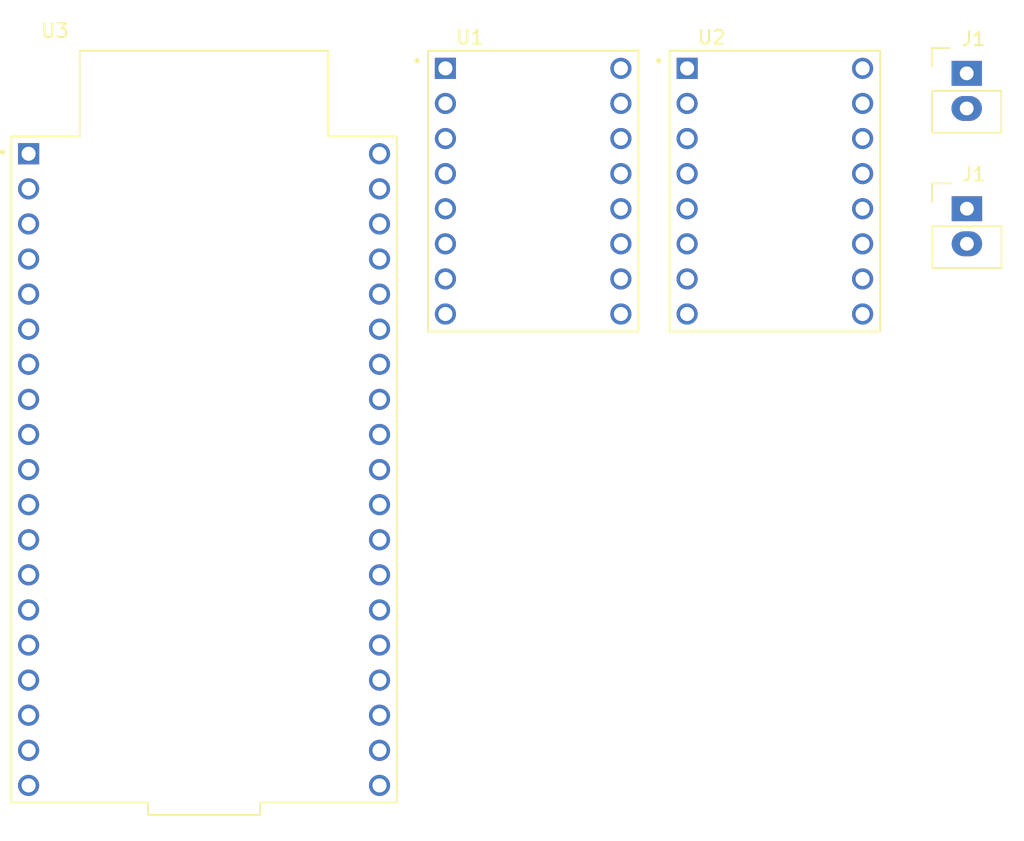
<source format=kicad_pcb>
(kicad_pcb (version 20240108) (generator "pcbnew") (generator_version "8.0")
  (layers (0 "F.Cu" signal) (31 "B.Cu" signal) (34 "B.Paste" user) (35 "F.Paste" user) (36 "B.SilkS" user "B.Silkscreen") (37 "F.SilkS" user "F.Silkscreen") (38 "B.Mask" user) (39 "F.Mask" user) (44 "Edge.Cuts" user))
  (net 0 "")
  (footprint "A4988_STEPPER_MOTOR_DRIVER_CARRIER:MODULE_A4988_STEPPER_MOTOR_DRIVER_CARRIER" (layer "F.Cu") (at 145.12 55.49)
    (property "Reference" "U1" (at -4.575 -11.135 0) (layer "F.SilkS"))
    (property "Value" "BIGTREETECH_TMC2209")
    (fp_line (start -7.62 -10.16) (end 7.62 -10.16) (stroke (width 0.127)) (layer "F.SilkS"))
    (fp_line (start -7.62 10.16) (end -7.62 -10.16) (stroke (width 0.127)) (layer "F.SilkS"))
    (fp_line (start 7.62 -10.16) (end 7.62 10.16) (stroke (width 0.127)) (layer "F.SilkS"))
    (fp_line (start 7.62 10.16) (end -7.62 10.16) (stroke (width 0.127)) (layer "F.SilkS"))
    (fp_circle (center -8.4 -9.45) (end -8.3 -9.45) (stroke (width 0.2)) (fill none) (layer "F.SilkS"))
    (pad "1" thru_hole rect (at -6.35 -8.89) (size 1.53 1.53) (drill 1.02) (layers "*.Cu" "*.Mask"))
    (pad "2" thru_hole circle (at -6.35 -6.35) (size 1.53 1.53) (drill 1.02) (layers "*.Cu" "*.Mask"))
    (pad "3" thru_hole circle (at -6.35 -3.81) (size 1.53 1.53) (drill 1.02) (layers "*.Cu" "*.Mask"))
    (pad "4" thru_hole circle (at -6.35 -1.27) (size 1.53 1.53) (drill 1.02) (layers "*.Cu" "*.Mask"))
    (pad "5" thru_hole circle (at -6.35 1.27) (size 1.53 1.53) (drill 1.02) (layers "*.Cu" "*.Mask"))
    (pad "6" thru_hole circle (at -6.35 3.81) (size 1.53 1.53) (drill 1.02) (layers "*.Cu" "*.Mask"))
    (pad "7" thru_hole circle (at -6.35 6.35) (size 1.53 1.53) (drill 1.02) (layers "*.Cu" "*.Mask"))
    (pad "8" thru_hole circle (at -6.35 8.89) (size 1.53 1.53) (drill 1.02) (layers "*.Cu" "*.Mask"))
    (pad "9" thru_hole circle (at 6.35 8.89) (size 1.53 1.53) (drill 1.02) (layers "*.Cu" "*.Mask"))
    (pad "10" thru_hole circle (at 6.35 6.35) (size 1.53 1.53) (drill 1.02) (layers "*.Cu" "*.Mask"))
    (pad "11" thru_hole circle (at 6.35 3.81) (size 1.53 1.53) (drill 1.02) (layers "*.Cu" "*.Mask"))
    (pad "12" thru_hole circle (at 6.35 1.27) (size 1.53 1.53) (drill 1.02) (layers "*.Cu" "*.Mask"))
    (pad "13" thru_hole circle (at 6.35 -1.27) (size 1.53 1.53) (drill 1.02) (layers "*.Cu" "*.Mask"))
    (pad "14" thru_hole circle (at 6.35 -3.81) (size 1.53 1.53) (drill 1.02) (layers "*.Cu" "*.Mask"))
    (pad "15" thru_hole circle (at 6.35 -6.35) (size 1.53 1.53) (drill 1.02) (layers "*.Cu" "*.Mask"))
    (pad "16" thru_hole circle (at 6.35 -8.89) (size 1.53 1.53) (drill 1.02) (layers "*.Cu" "*.Mask"))
  )
  (footprint "A4988_STEPPER_MOTOR_DRIVER_CARRIER:MODULE_A4988_STEPPER_MOTOR_DRIVER_CARRIER" (layer "F.Cu") (at 162.615 55.49)
    (property "Reference" "U2" (at -4.575 -11.135 0) (layer "F.SilkS"))
    (property "Value" "BIGTREETECH_TMC2209")
    (fp_line (start -7.62 -10.16) (end 7.62 -10.16) (stroke (width 0.127)) (layer "F.SilkS"))
    (fp_line (start -7.62 10.16) (end -7.62 -10.16) (stroke (width 0.127)) (layer "F.SilkS"))
    (fp_line (start 7.62 -10.16) (end 7.62 10.16) (stroke (width 0.127)) (layer "F.SilkS"))
    (fp_line (start 7.62 10.16) (end -7.62 10.16) (stroke (width 0.127)) (layer "F.SilkS"))
    (fp_circle (center -8.4 -9.45) (end -8.3 -9.45) (stroke (width 0.2)) (fill none) (layer "F.SilkS"))
    (pad "1" thru_hole rect (at -6.35 -8.89) (size 1.53 1.53) (drill 1.02) (layers "*.Cu" "*.Mask"))
    (pad "2" thru_hole circle (at -6.35 -6.35) (size 1.53 1.53) (drill 1.02) (layers "*.Cu" "*.Mask"))
    (pad "3" thru_hole circle (at -6.35 -3.81) (size 1.53 1.53) (drill 1.02) (layers "*.Cu" "*.Mask"))
    (pad "4" thru_hole circle (at -6.35 -1.27) (size 1.53 1.53) (drill 1.02) (layers "*.Cu" "*.Mask"))
    (pad "5" thru_hole circle (at -6.35 1.27) (size 1.53 1.53) (drill 1.02) (layers "*.Cu" "*.Mask"))
    (pad "6" thru_hole circle (at -6.35 3.81) (size 1.53 1.53) (drill 1.02) (layers "*.Cu" "*.Mask"))
    (pad "7" thru_hole circle (at -6.35 6.35) (size 1.53 1.53) (drill 1.02) (layers "*.Cu" "*.Mask"))
    (pad "8" thru_hole circle (at -6.35 8.89) (size 1.53 1.53) (drill 1.02) (layers "*.Cu" "*.Mask"))
    (pad "9" thru_hole circle (at 6.35 8.89) (size 1.53 1.53) (drill 1.02) (layers "*.Cu" "*.Mask"))
    (pad "10" thru_hole circle (at 6.35 6.35) (size 1.53 1.53) (drill 1.02) (layers "*.Cu" "*.Mask"))
    (pad "11" thru_hole circle (at 6.35 3.81) (size 1.53 1.53) (drill 1.02) (layers "*.Cu" "*.Mask"))
    (pad "12" thru_hole circle (at 6.35 1.27) (size 1.53 1.53) (drill 1.02) (layers "*.Cu" "*.Mask"))
    (pad "13" thru_hole circle (at 6.35 -1.27) (size 1.53 1.53) (drill 1.02) (layers "*.Cu" "*.Mask"))
    (pad "14" thru_hole circle (at 6.35 -3.81) (size 1.53 1.53) (drill 1.02) (layers "*.Cu" "*.Mask"))
    (pad "15" thru_hole circle (at 6.35 -6.35) (size 1.53 1.53) (drill 1.02) (layers "*.Cu" "*.Mask"))
    (pad "16" thru_hole circle (at 6.35 -8.89) (size 1.53 1.53) (drill 1.02) (layers "*.Cu" "*.Mask"))
  )
  (footprint "FootprintGamelGe2_v8.0:Autocom2" (layer "F.Cu") (at 176.5 46.96)
    (property "Reference" "J1" (at 0.5 -2.5 0) (layer "F.SilkS"))
    (property "Value" "Autocom2")
    (fp_line (start -2.53 -1.83) (end -1.2 -1.83) (stroke (width 0.12)) (layer "F.SilkS"))
    (fp_line (start -2.53 -0.5) (end -2.53 -1.83) (stroke (width 0.12)) (layer "F.SilkS"))
    (fp_line (start -2.5 1.27) (end 2.5 1.27) (stroke (width 0.12)) (layer "F.SilkS"))
    (fp_line (start -2.5 1.3) (end -2.5 4.3) (stroke (width 0.12)) (layer "F.SilkS"))
    (fp_line (start -2.5 4.3) (end 2.5 4.3) (stroke (width 0.12)) (layer "F.SilkS"))
    (fp_line (start 2.5 1.27) (end 2.5 4.3) (stroke (width 0.12)) (layer "F.SilkS"))
    (pad "1" thru_hole rect (at 0 0) (size 2.2 1.8) (drill 1) (layers "*.Cu" "*.Mask"))
    (pad "2" thru_hole oval (at 0 2.54) (size 2.2 1.8) (drill 1) (layers "*.Cu" "*.Mask"))
  )
  (footprint "FootprintGamelGe2_v8.0:Autocom2" (layer "F.Cu") (at 176.515 56.7575)
    (property "Reference" "J1" (at 0.5 -2.5 0) (layer "F.SilkS"))
    (property "Value" "Autocom2")
    (fp_line (start -2.53 -1.83) (end -1.2 -1.83) (stroke (width 0.12)) (layer "F.SilkS"))
    (fp_line (start -2.53 -0.5) (end -2.53 -1.83) (stroke (width 0.12)) (layer "F.SilkS"))
    (fp_line (start -2.5 1.27) (end 2.5 1.27) (stroke (width 0.12)) (layer "F.SilkS"))
    (fp_line (start -2.5 1.3) (end -2.5 4.3) (stroke (width 0.12)) (layer "F.SilkS"))
    (fp_line (start -2.5 4.3) (end 2.5 4.3) (stroke (width 0.12)) (layer "F.SilkS"))
    (fp_line (start 2.5 1.27) (end 2.5 4.3) (stroke (width 0.12)) (layer "F.SilkS"))
    (pad "1" thru_hole rect (at 0 0) (size 2.2 1.8) (drill 1) (layers "*.Cu" "*.Mask"))
    (pad "2" thru_hole oval (at 0 2.54) (size 2.2 1.8) (drill 1) (layers "*.Cu" "*.Mask"))
  )
  (footprint "ESP32-DEVKITC:MODULE_ESP32-DEVKITC" (layer "F.Cu") (at 121.3 75.63)
    (property "Reference" "U3" (at -10.795 -31.75 0) (layer "F.SilkS"))
    (property "Value" "ESP32-DEVKITC")
    (fp_line (start -13.95 -24.1) (end -13.95 24.1) (stroke (width 0.127)) (layer "F.SilkS"))
    (fp_line (start -13.95 24.1) (end -4.07 24.1) (stroke (width 0.127)) (layer "F.SilkS"))
    (fp_line (start -9 -30.3) (end 9 -30.3) (stroke (width 0.127)) (layer "F.SilkS"))
    (fp_line (start -9 -24.1) (end -13.95 -24.1) (stroke (width 0.127)) (layer "F.SilkS"))
    (fp_line (start -9 -24.1) (end -9 -30.3) (stroke (width 0.127)) (layer "F.SilkS"))
    (fp_line (start -4.07 24.1) (end -4.07 25) (stroke (width 0.127)) (layer "F.SilkS"))
    (fp_line (start -4.07 25) (end 4.06 25) (stroke (width 0.127)) (layer "F.SilkS"))
    (fp_line (start 4.06 24.1) (end 13.95 24.1) (stroke (width 0.127)) (layer "F.SilkS"))
    (fp_line (start 4.06 25) (end 4.06 24.1) (stroke (width 0.127)) (layer "F.SilkS"))
    (fp_line (start 9 -30.3) (end 9 -24.1) (stroke (width 0.127)) (layer "F.SilkS"))
    (fp_line (start 13.95 -24.1) (end 9 -24.1) (stroke (width 0.127)) (layer "F.SilkS"))
    (fp_line (start 13.95 24.1) (end 13.95 -24.1) (stroke (width 0.127)) (layer "F.SilkS"))
    (fp_circle (center -14.57 -22.97) (end -14.47 -22.97) (stroke (width 0.2)) (fill none) (layer "F.SilkS"))
    (pad "1" thru_hole rect (at -12.7 -22.85) (size 1.53 1.53) (drill 1.02) (layers "*.Cu" "*.Mask"))
    (pad "2" thru_hole circle (at -12.7 -20.31) (size 1.53 1.53) (drill 1.02) (layers "*.Cu" "*.Mask"))
    (pad "3" thru_hole circle (at -12.7 -17.77) (size 1.53 1.53) (drill 1.02) (layers "*.Cu" "*.Mask"))
    (pad "4" thru_hole circle (at -12.7 -15.23) (size 1.53 1.53) (drill 1.02) (layers "*.Cu" "*.Mask"))
    (pad "5" thru_hole circle (at -12.7 -12.69) (size 1.53 1.53) (drill 1.02) (layers "*.Cu" "*.Mask"))
    (pad "6" thru_hole circle (at -12.7 -10.15) (size 1.53 1.53) (drill 1.02) (layers "*.Cu" "*.Mask"))
    (pad "7" thru_hole circle (at -12.7 -7.61) (size 1.53 1.53) (drill 1.02) (layers "*.Cu" "*.Mask"))
    (pad "8" thru_hole circle (at -12.7 -5.07) (size 1.53 1.53) (drill 1.02) (layers "*.Cu" "*.Mask"))
    (pad "9" thru_hole circle (at -12.7 -2.53) (size 1.53 1.53) (drill 1.02) (layers "*.Cu" "*.Mask"))
    (pad "10" thru_hole circle (at -12.7 0.01) (size 1.53 1.53) (drill 1.02) (layers "*.Cu" "*.Mask"))
    (pad "11" thru_hole circle (at -12.7 2.55) (size 1.53 1.53) (drill 1.02) (layers "*.Cu" "*.Mask"))
    (pad "12" thru_hole circle (at -12.7 5.09) (size 1.53 1.53) (drill 1.02) (layers "*.Cu" "*.Mask"))
    (pad "13" thru_hole circle (at -12.7 7.63) (size 1.53 1.53) (drill 1.02) (layers "*.Cu" "*.Mask"))
    (pad "14" thru_hole circle (at -12.7 10.17) (size 1.53 1.53) (drill 1.02) (layers "*.Cu" "*.Mask"))
    (pad "15" thru_hole circle (at -12.7 12.71) (size 1.53 1.53) (drill 1.02) (layers "*.Cu" "*.Mask"))
    (pad "16" thru_hole circle (at -12.7 15.25) (size 1.53 1.53) (drill 1.02) (layers "*.Cu" "*.Mask"))
    (pad "17" thru_hole circle (at -12.7 17.79) (size 1.53 1.53) (drill 1.02) (layers "*.Cu" "*.Mask"))
    (pad "18" thru_hole circle (at -12.7 20.33) (size 1.53 1.53) (drill 1.02) (layers "*.Cu" "*.Mask"))
    (pad "19" thru_hole circle (at -12.7 22.87) (size 1.53 1.53) (drill 1.02) (layers "*.Cu" "*.Mask"))
    (pad "20" thru_hole circle (at 12.7 22.87) (size 1.53 1.53) (drill 1.02) (layers "*.Cu" "*.Mask"))
    (pad "21" thru_hole circle (at 12.7 20.33) (size 1.53 1.53) (drill 1.02) (layers "*.Cu" "*.Mask"))
    (pad "22" thru_hole circle (at 12.7 17.79) (size 1.53 1.53) (drill 1.02) (layers "*.Cu" "*.Mask"))
    (pad "23" thru_hole circle (at 12.7 15.25) (size 1.53 1.53) (drill 1.02) (layers "*.Cu" "*.Mask"))
    (pad "24" thru_hole circle (at 12.7 12.71) (size 1.53 1.53) (drill 1.02) (layers "*.Cu" "*.Mask"))
    (pad "25" thru_hole circle (at 12.7 10.17) (size 1.53 1.53) (drill 1.02) (layers "*.Cu" "*.Mask"))
    (pad "26" thru_hole circle (at 12.7 7.63) (size 1.53 1.53) (drill 1.02) (layers "*.Cu" "*.Mask"))
    (pad "27" thru_hole circle (at 12.7 5.09) (size 1.53 1.53) (drill 1.02) (layers "*.Cu" "*.Mask"))
    (pad "28" thru_hole circle (at 12.7 2.55) (size 1.53 1.53) (drill 1.02) (layers "*.Cu" "*.Mask"))
    (pad "29" thru_hole circle (at 12.7 0.01) (size 1.53 1.53) (drill 1.02) (layers "*.Cu" "*.Mask"))
    (pad "30" thru_hole circle (at 12.7 -2.53) (size 1.53 1.53) (drill 1.02) (layers "*.Cu" "*.Mask"))
    (pad "31" thru_hole circle (at 12.7 -5.07) (size 1.53 1.53) (drill 1.02) (layers "*.Cu" "*.Mask"))
    (pad "32" thru_hole circle (at 12.7 -7.61) (size 1.53 1.53) (drill 1.02) (layers "*.Cu" "*.Mask"))
    (pad "33" thru_hole circle (at 12.7 -10.15) (size 1.53 1.53) (drill 1.02) (layers "*.Cu" "*.Mask"))
    (pad "34" thru_hole circle (at 12.7 -12.69) (size 1.53 1.53) (drill 1.02) (layers "*.Cu" "*.Mask"))
    (pad "35" thru_hole circle (at 12.7 -15.23) (size 1.53 1.53) (drill 1.02) (layers "*.Cu" "*.Mask"))
    (pad "36" thru_hole circle (at 12.7 -17.77) (size 1.53 1.53) (drill 1.02) (layers "*.Cu" "*.Mask"))
    (pad "37" thru_hole circle (at 12.7 -20.31) (size 1.53 1.53) (drill 1.02) (layers "*.Cu" "*.Mask"))
    (pad "38" thru_hole circle (at 12.7 -22.85) (size 1.53 1.53) (drill 1.02) (layers "*.Cu" "*.Mask"))
  )
)
</source>
